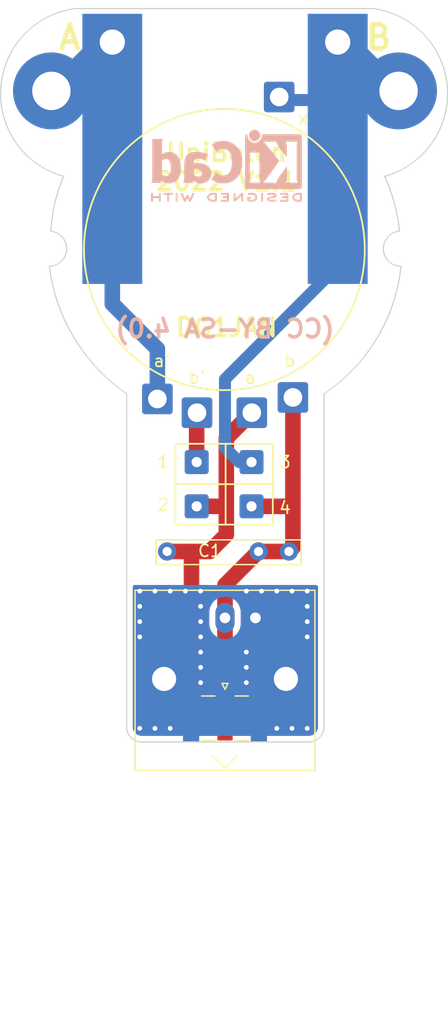
<source format=kicad_pcb>
(kicad_pcb (version 20211014) (generator pcbnew)
  (layers (0 "F.Cu" signal) (31 "B.Cu" signal) (34 "B.Paste" user) (35 "F.Paste" user) (36 "B.SilkS" user "B.Silkscreen") (37 "F.SilkS" user "F.Silkscreen") (38 "B.Mask" user) (39 "F.Mask" user) (44 "Edge.Cuts" user))
  (net 0 "")
  (net 1 "Net-(C1-Pad1)")
  (net 2 "GND")
  (net 3 "Net-(H1-Pad1)")
  (net 4 "Net-(U1-Pad1)")
  (net 5 "Net-(H2-Pad1)")
  (footprint "UniBalunLibrary:FT82_Balun" (layer "F.Cu") (at 117.602 65.532)
    (fp_text reference "U2" hide)
    (fp_text value "Core" hide)
    (fp_text user "x" (at 6.5278 -10.922) (layer "F.SilkS"))
    (fp_text user "a'" (at -5.2578 9.271) (layer "F.SilkS"))
    (fp_text user "a" (at 2.1082 10.668) (layer "F.SilkS"))
    (fp_text user "b'" (at -2.3368 10.668) (layer "F.SilkS"))
    (fp_text user "b" (at 5.4102 9.271) (layer "F.SilkS"))
    (pad "" np_thru_hole circle (at 4.6736 0) (size 3.2 3.2) (drill 3.2) (layers *.Cu *.Mask))
    (pad "" np_thru_hole circle (at -4.826 0) (size 3.2 3.2) (drill 3.2) (layers *.Cu *.Mask))
    (pad "" np_thru_hole circle (at -4.826 0) (size 3.2 3.2) (drill 3.2) (layers *.Cu *.Mask))
    (pad "" np_thru_hole circle (at 4.6736 0) (size 3.2 3.2) (drill 3.2) (layers *.Cu *.Mask))
    (pad "1" thru_hole roundrect (at 2.2352 13.589) (size 2.55 2.55) (drill 1.55) (layers *.Cu *.Mask) (roundrect_rratio 0.098039) (net 2 "GND"))
    (pad "2" thru_hole roundrect (at 5.6642 12.319) (size 2.55 2.55) (drill 1.55) (layers *.Cu *.Mask) (roundrect_rratio 0.098039) (net 1 "Net-(C1-Pad1)"))
    (pad "3" thru_hole roundrect (at -5.6388 12.446) (size 2.55 2.55) (drill 1.55) (layers *.Cu *.Mask) (roundrect_rratio 0.098039) (net 5 "Net-(H2-Pad1)"))
    (pad "4" thru_hole roundrect (at -2.3368 13.589) (size 2.55 2.55) (drill 1.55) (layers *.Cu *.Mask) (roundrect_rratio 0.098039) (net 4 "Net-(U1-Pad1)"))
    (pad "5" thru_hole roundrect (at 4.5212 -12.7) (size 2.55 2.55) (drill 1.55) (layers *.Cu *.Mask) (roundrect_rratio 0.098039) (net 3 "Net-(H1-Pad1)"))
  )
  (footprint "Connector_Wire:SolderWire-1.5sqmm_1x01_D1.7mm_OD3.9mm" (layer "F.Cu") (at 108.204 48.26)
    (fp_text reference "J5" hide)
    (fp_text value "A_THT_Pad")
    (pad "1" thru_hole roundrect (at 0 0) (size 3.9 3.9) (drill 2.1) (layers *.Cu *.Mask) (roundrect_rratio 0.064103) (net 5 "Net-(H2-Pad1)"))
  )
  (footprint "Connector_Coaxial:BNC_Amphenol_B6252HB-NPP3G-50_Horizontal" (layer "F.Cu") (at 117.602 96.21 180)
    (fp_text reference "J1" hide)
    (fp_text value "BNC" hide)
    (pad "1" thru_hole oval (at 0 0 180) (size 1.6 2.5) (drill 0.89) (layers *.Cu *.Mask) (net 1 "Net-(C1-Pad1)"))
    (pad "2" thru_hole oval (at -5.08 -5.08 180) (size 3.5 7) (drill 2.01) (layers *.Cu *.Mask) (net 2 "GND"))
    (pad "2" thru_hole oval (at -2.54 0 180) (size 1.6 2.5) (drill 0.89) (layers *.Cu *.Mask) (net 2 "GND"))
    (pad "2" thru_hole oval (at 5.08 -5.08 180) (size 3.5 7) (drill 2.01) (layers *.Cu *.Mask) (net 2 "GND"))
  )
  (footprint "MountingHole:MountingHole_4.5mm" (layer "F.Cu") (at 117.6782 49.53)
    (fp_text reference "H5" hide)
    (fp_text value "MountingHole" hide)
    (pad "" np_thru_hole circle (at 0 0) (size 4.5 4.5) (drill 4.5) (layers *.Cu *.Mask))
  )
  (footprint "Connector_Wire:SolderWire-1.5sqmm_1x01_D1.7mm_OD3.9mm" (layer "F.Cu") (at 127 48.26)
    (fp_text reference "J3" hide)
    (fp_text value "B_THT_Pad")
    (pad "1" thru_hole roundrect (at 0 0) (size 3.9 3.9) (drill 2.1) (layers *.Cu *.Mask) (roundrect_rratio 0.064103) (net 3 "Net-(H1-Pad1)"))
  )
  (footprint "MountingHole:MountingHole_2.1mm" (layer "F.Cu") (at 112.8014 48.387)
    (fp_text reference "H4" hide)
    (fp_text value "MountingHole" hide)
    (pad "" np_thru_hole circle (at 0 0) (size 2.1 2.1) (drill 2.1) (layers *.Cu *.Mask))
  )
  (footprint "UniBalunLibrary:Jumper" (layer "F.Cu") (at 117.602 85.09)
    (fp_text reference "U1" hide)
    (fp_text value "JumperPad" hide)
    (fp_text user "1" (at -5.1562 -1.8542) (layer "F.SilkS"))
    (fp_text user "4" (at 5.0038 1.9558) (layer "F.SilkS"))
    (fp_text user "3" (at 5.0038 -1.8542) (layer "F.SilkS"))
    (fp_text user "2" (at -5.1562 1.7018) (layer "F.SilkS"))
    (pad "1" thru_hole roundrect (at -2.3622 -1.8542) (size 2 2) (drill 0.85) (layers *.Cu *.Mask) (roundrect_rratio 0.125) (net 4 "Net-(U1-Pad1)"))
    (pad "2" thru_hole roundrect (at -2.3622 1.8288) (size 2 2) (drill 0.85) (layers *.Cu *.Mask) (roundrect_rratio 0.125) (net 2 "GND"))
    (pad "3" thru_hole roundrect (at 2.2098 -1.8542) (size 2 2) (drill 0.85) (layers *.Cu *.Mask) (roundrect_rratio 0.125) (net 3 "Net-(H1-Pad1)"))
    (pad "4" thru_hole roundrect (at 2.2098 1.8288) (size 2 2) (drill 0.85) (layers *.Cu *.Mask) (roundrect_rratio 0.125) (net 1 "Net-(C1-Pad1)"))
  )
  (footprint "MountingHole:MountingHole_3.2mm_M3_Pad" (layer "F.Cu") (at 103.124 52.324)
    (fp_text reference "H2" hide)
    (fp_text value "A" hide)
    (pad "1" thru_hole circle (at 0 0) (size 6.4 6.4) (drill 3.2) (layers *.Cu *.Mask) (net 5 "Net-(H2-Pad1)"))
  )
  (footprint "UniBalunLibrary:THT_cap" (layer "F.Cu") (at 117.856 90.678 180)
    (fp_text reference "C1" (at 1.524 0.0508 unlocked) (layer "F.SilkS"))
    (fp_text value "100pF" hide)
    (pad "1" thru_hole circle (at -2.54 0 180) (size 1.524 1.524) (drill 0.762) (layers *.Cu *.Mask) (net 1 "Net-(C1-Pad1)"))
    (pad "1" thru_hole circle (at -5.08 0 180) (size 1.524 1.524) (drill 0.762) (layers *.Cu *.Mask) (net 1 "Net-(C1-Pad1)"))
    (pad "2" thru_hole circle (at 5.08 0 180) (size 1.524 1.524) (drill 0.762) (layers *.Cu *.Mask) (net 2 "GND"))
  )
  (footprint "MountingHole:MountingHole_2.1mm" (layer "F.Cu") (at 122.4026 48.387)
    (fp_text reference "H3" hide)
    (fp_text value "MountingHole" hide)
    (pad "" np_thru_hole circle (at 0 0) (size 2.1 2.1) (drill 2.1) (layers *.Cu *.Mask))
  )
  (footprint "MountingHole:MountingHole_3.2mm_M3_Pad" (layer "F.Cu") (at 132.08 52.324)
    (fp_text reference "H1" hide)
    (fp_text value "B" hide)
    (pad "1" thru_hole circle (at 0 0) (size 6.4 6.4) (drill 3.2) (layers *.Cu *.Mask) (net 3 "Net-(H1-Pad1)"))
  )
  (footprint "Connector_Coaxial:SMA_Samtec_SMA-J-P-X-ST-EM1_EdgeMount" (layer "F.Cu") (at 117.602 104.4226)
    (fp_text reference "J2" hide)
    (fp_text value "SMA" hide)
    (pad "1" smd rect (at 0 0.2) (size 1.27 3.6) (layers "F.Cu" "F.Paste" "F.Mask") (net 1 "Net-(C1-Pad1)"))
    (pad "2" smd rect (at 2.825 0) (size 1.35 4.2) (layers "B.Cu" "B.Paste" "B.Mask") (net 2 "GND"))
    (pad "2" smd rect (at -2.825 0) (size 1.35 4.2) (layers "B.Cu" "B.Paste" "B.Mask") (net 2 "GND"))
    (pad "2" smd rect (at -2.825 0) (size 1.35 4.2) (layers "F.Cu" "F.Paste" "F.Mask") (net 2 "GND"))
    (pad "2" smd rect (at 2.825 0) (size 1.35 4.2) (layers "F.Cu" "F.Paste" "F.Mask") (net 2 "GND"))
  )
  (footprint "UniBalunLibrary:4mmJack" (layer "B.Cu") (at 127.254 56.896 90)
    (fp_text reference "J4" hide)
    (fp_text value "B_SMD_PAD" hide)
    (pad "1" smd rect (at -0.254 -0.254 90) (size 22.5 5) (layers "B.Cu" "B.Mask") (net 3 "Net-(H1-Pad1)"))
  )
  (footprint "Symbol:KiCad-Logo2_5mm_SilkScreen" (layer "B.Cu") (at 117.729 58.547 180)
    (fp_text reference "REF**" hide)
    (fp_text value "KiCad-Logo2_5mm_SilkScreen" hide)
  )
  (footprint "UniBalunLibrary:4mmJack" (layer "B.Cu") (at 108.458 56.896 90)
    (fp_text reference "J6" hide)
    (fp_text value "A_SMD_PAD" hide)
    (pad "1" smd rect (at -0.254 -0.254 90) (size 22.5 5) (layers "B.Cu" "B.Mask") (net 5 "Net-(H2-Pad1)"))
  )
  (gr_line (start 125.861231 105.41) (end 125.861231 77.548862) (layer "Edge.Cuts") (width 0.1))
  (gr_arc (start 110.658774 106.543974) (mid 109.812413 106.218577) (end 109.402031 105.41) (layer "Edge.Cuts") (width 0.1))
  (gr_arc (start 109.402031 77.548862) (mid 105.04112 72.92614) (end 102.945817 66.926406) (layer "Edge.Cuts") (width 0.1))
  (gr_arc (start 132.281854 66.925327) (mid 130.254542 72.952072) (end 125.861231 77.548862) (layer "Edge.Cuts") (width 0.1))
  (gr_arc (start 103.078577 64.011716) (mid 104.394 65.532) (end 102.945817 66.926406) (layer "Edge.Cuts") (width 0.1))
  (gr_line (start 109.402031 105.41) (end 109.402031 77.548862) (layer "Edge.Cuts") (width 0.1))
  (gr_arc (start 103.078577 64.011716) (mid 103.410896 61.677837) (end 104.14 59.436) (layer "Edge.Cuts") (width 0.1))
  (gr_arc (start 130.910075 59.436) (mid 131.721418 61.671361) (end 132.149094 64.010637) (layer "Edge.Cuts") (width 0.1))
  (gr_arc (start 129.894075 45.466) (mid 136.144 52.033405) (end 130.910075 59.436) (layer "Edge.Cuts") (width 0.1))
  (gr_arc (start 125.861231 105.41) (mid 125.43422 106.219858) (end 124.577974 106.543974) (layer "Edge.Cuts") (width 0.1))
  (gr_arc (start 132.281854 66.925327) (mid 130.81 65.532) (end 132.149094 64.010637) (layer "Edge.Cuts") (width 0.1))
  (gr_line (start 110.658774 106.543974) (end 124.577974 106.543974) (layer "Edge.Cuts") (width 0.1))
  (gr_line (start 105.156 45.466) (end 129.894075 45.466) (layer "Edge.Cuts") (width 0.1))
  (gr_arc (start 104.14 59.436) (mid 98.906069 52.033405) (end 105.156 45.466) (layer "Edge.Cuts") (width 0.1))
  (gr_text "(CC BY-SA 4.0)" (at 117.602 72.136) (layer "B.SilkS") (effects (font (size 1.5 1.5) (thickness 0.3)) (justify mirror)))
  (gr_text "B" (at 130.429 47.879) (layer "F.SilkS") (effects (font (size 2 2) (thickness 0.4))))
  (gr_text "UniBalun\n2022 V1.1" (at 117.729 58.674) (layer "F.SilkS") (effects (font (size 1.5 1.5) (thickness 0.3))))
  (gr_text "DG1JAN" (at 117.729 72.009) (layer "F.SilkS") (effects (font (size 1.5 1.5) (thickness 0.3))))
  (gr_text "A" (at 104.648 47.879) (layer "F.SilkS") (effects (font (size 2 2) (thickness 0.4))))
  (segment (start 117.602 104.648) (end 117.602 96.21) (width 1.3) (layer "F.Cu") (net 1))
  (segment (start 117.602 93.472) (end 120.396 90.678) (width 1.3) (layer "F.Cu") (net 1))
  (segment (start 120.396 90.678) (end 122.936 90.678) (width 1.3) (layer "F.Cu") (net 1))
  (segment (start 123.2662 77.851) (end 123.2662 86.7338) (width 1.3) (layer "F.Cu") (net 1))
  (segment (start 123.2662 86.7338) (end 123.2662 90.3478) (width 1.3) (layer "F.Cu") (net 1))
  (segment (start 117.602 96.21) (end 117.602 93.472) (width 1.3) (layer "F.Cu") (net 1))
  (segment (start 119.8118 86.9188) (end 123.0812 86.9188) (width 1.3) (layer "F.Cu") (net 1))
  (segment (start 123.0812 86.9188) (end 123.2662 86.7338) (width 1.3) (layer "F.Cu") (net 1))
  (segment (start 122.936 90.678) (end 123.2662 90.3478) (width 1.3) (layer "F.Cu") (net 1))
  (segment (start 116.322 90.678) (end 117.71268 89.28732) (width 1.3) (layer "F.Cu") (net 2))
  (segment (start 115.2398 86.9188) (end 117.50656 86.9188) (width 1.3) (layer "F.Cu") (net 2))
  (segment (start 117.71268 81.24552) (end 119.8372 79.121) (width 1.3) (layer "F.Cu") (net 2))
  (segment (start 116.322 90.678) (end 114.808 90.678) (width 1) (layer "F.Cu") (net 2))
  (segment (start 112.776 90.678) (end 116.322 90.678) (width 1.3) (layer "F.Cu") (net 2))
  (segment (start 112.776 101.036) (end 112.522 101.29) (width 1) (layer "F.Cu") (net 2))
  (segment (start 114.808 90.678) (end 114.808 94.234) (width 1.3) (layer "F.Cu") (net 2))
  (segment (start 117.71268 89.28732) (end 117.71268 81.24552) (width 1.3) (layer "F.Cu") (net 2))
  (via (at 110.49 105.41) (size 0.8) (drill 0.4) (layers "F.Cu" "B.Cu") (net 2))
  (via (at 119.38 99.06) (size 0.8) (drill 0.4) (layers "F.Cu" "B.Cu") (net 2))
  (via (at 115.57 99.06) (size 0.8) (drill 0.4) (layers "F.Cu" "B.Cu") (net 2))
  (via (at 114.3 93.98) (size 0.8) (drill 0.4) (layers "F.Cu" "B.Cu") (net 2))
  (via (at 115.57 93.98) (size 0.8) (drill 0.4) (layers "F.Cu" "B.Cu") (net 2))
  (via (at 115.57 101.6) (size 0.8) (drill 0.4) (layers "F.Cu" "B.Cu") (net 2))
  (via (at 111.76 93.98) (size 0.8) (drill 0.4) (layers "F.Cu" "B.Cu") (net 2))
  (via (at 115.57 95.25) (size 0.8) (drill 0.4) (layers "F.Cu" "B.Cu") (net 2))
  (via (at 124.46 93.98) (size 0.8) (drill 0.4) (layers "F.Cu" "B.Cu") (net 2))
  (via (at 113.03 93.98) (size 0.8) (drill 0.4) (layers "F.Cu" "B.Cu") (net 2))
  (via (at 123.19 93.98) (size 0.8) (drill 0.4) (layers "F.Cu" "B.Cu") (net 2))
  (via (at 110.49 96.52) (size 0.8) (drill 0.4) (layers "F.Cu" "B.Cu") (net 2))
  (via (at 124.46 95.25) (size 0.8) (drill 0.4) (layers "F.Cu" "B.Cu") (net 2))
  (via (at 121.92 93.98) (size 0.8) (drill 0.4) (layers "F.Cu" "B.Cu") (net 2))
  (via (at 115.57 96.52) (size 0.8) (drill 0.4) (layers "F.Cu" "B.Cu") (net 2))
  (via (at 119.38 101.6) (size 0.8) (drill 0.4) (layers "F.Cu" "B.Cu") (net 2))
  (via (at 119.38 100.33) (size 0.8) (drill 0.4) (layers "F.Cu" "B.Cu") (net 2))
  (via (at 115.57 100.33) (size 0.8) (drill 0.4) (layers "F.Cu" "B.Cu") (net 2))
  (via (at 120.65 93.98) (size 0.8) (drill 0.4) (layers "F.Cu" "B.Cu") (net 2))
  (via (at 110.49 95.25) (size 0.8) (drill 0.4) (layers "F.Cu" "B.Cu") (net 2))
  (via (at 115.57 97.79) (size 0.8) (drill 0.4) (layers "F.Cu" "B.Cu") (net 2))
  (via (at 111.76 105.41) (size 0.8) (drill 0.4) (layers "F.Cu" "B.Cu") (net 2))
  (via (at 113.03 105.41) (size 0.8) (drill 0.4) (layers "F.Cu" "B.Cu") (net 2))
  (via (at 124.46 105.41) (size 0.8) (drill 0.4) (layers "F.Cu" "B.Cu") (net 2))
  (via (at 110.49 97.79) (size 0.8) (drill 0.4) (layers "F.Cu" "B.Cu") (net 2))
  (via (at 110.49 93.98) (size 0.8) (drill 0.4) (layers "F.Cu" "B.Cu") (net 2))
  (via (at 119.38 93.98) (size 0.8) (drill 0.4) (layers "F.Cu" "B.Cu") (net 2))
  (via (at 121.92 105.41) (size 0.8) (drill 0.4) (layers "F.Cu" "B.Cu") (net 2))
  (via (at 123.19 105.41) (size 0.8) (drill 0.4) (layers "F.Cu" "B.Cu") (net 2))
  (via (at 124.46 96.52) (size 0.8) (drill 0.4) (layers "F.Cu" "B.Cu") (net 2))
  (via (at 124.46 97.79) (size 0.8) (drill 0.4) (layers "F.Cu" "B.Cu") (net 2))
  (segment (start 117.602 82.042) (end 117.602 76.327) (width 1) (layer "B.Cu") (net 3))
  (segment (start 127 48.26) (end 128.016 48.26) (width 1.3) (layer "B.Cu") (net 3))
  (segment (start 127 53.086) (end 122.3772 53.086) (width 1) (layer "B.Cu") (net 3))
  (segment (start 127 57.15) (end 127 53.086) (width 1) (layer "B.Cu") (net 3))
  (segment (start 122.3772 53.086) (end 122.1232 52.832) (width 1) (layer "B.Cu") (net 3))
  (segment (start 127 48.26) (end 127 53.086) (width 1.3) (layer "B.Cu") (net 3))
  (segment (start 118.7958 83.2358) (end 117.602 82.042) (width 1) (layer "B.Cu") (net 3))
  (segment (start 127 66.929) (end 127 57.15) (width 1) (layer "B.Cu") (net 3))
  (segment (start 128.016 48.26) (end 132.08 52.324) (width 1.3) (layer "B.Cu") (net 3))
  (segment (start 125.5268 55.6768) (end 127 57.15) (width 1.3) (layer "B.Cu") (net 3))
  (segment (start 117.602 76.327) (end 127 66.929) (width 1) (layer "B.Cu") (net 3))
  (segment (start 115.2398 83.2358) (end 115.2398 79.1464) (width 1.3) (layer "F.Cu") (net 4))
  (segment (start 115.2398 79.1464) (end 115.2652 79.121) (width 1.3) (layer "F.Cu") (net 4))
  (segment (start 107.188 48.26) (end 103.124 52.324) (width 1.3) (layer "B.Cu") (net 5))
  (segment (start 108.204 48.26) (end 108.204 57.15) (width 1.3) (layer "B.Cu") (net 5))
  (segment (start 111.9632 77.978) (end 111.9632 73.8124) (width 1.3) (layer "B.Cu") (net 5))
  (segment (start 108.204 48.26) (end 107.188 48.26) (width 1.3) (layer "B.Cu") (net 5))
  (segment (start 108.204 70.0532) (end 108.204 57.15) (width 1.3) (layer "B.Cu") (net 5))
  (segment (start 111.9632 73.8124) (end 108.204 70.0532) (width 1.3) (layer "B.Cu") (net 5))
  (zone (net 2) (net_name "GND") (layers F&B.Cu) (connect_pads yes (clearance 0.508)) (min_thickness 0.254) (fill yes (thermal_gap 0.508) (thermal_bridge_width 0.508))
    (polygon (pts (xy 125.476 106.553) (xy 109.728 106.553) (xy 109.728 93.472) (xy 125.476 93.472)))
  )
)
</source>
